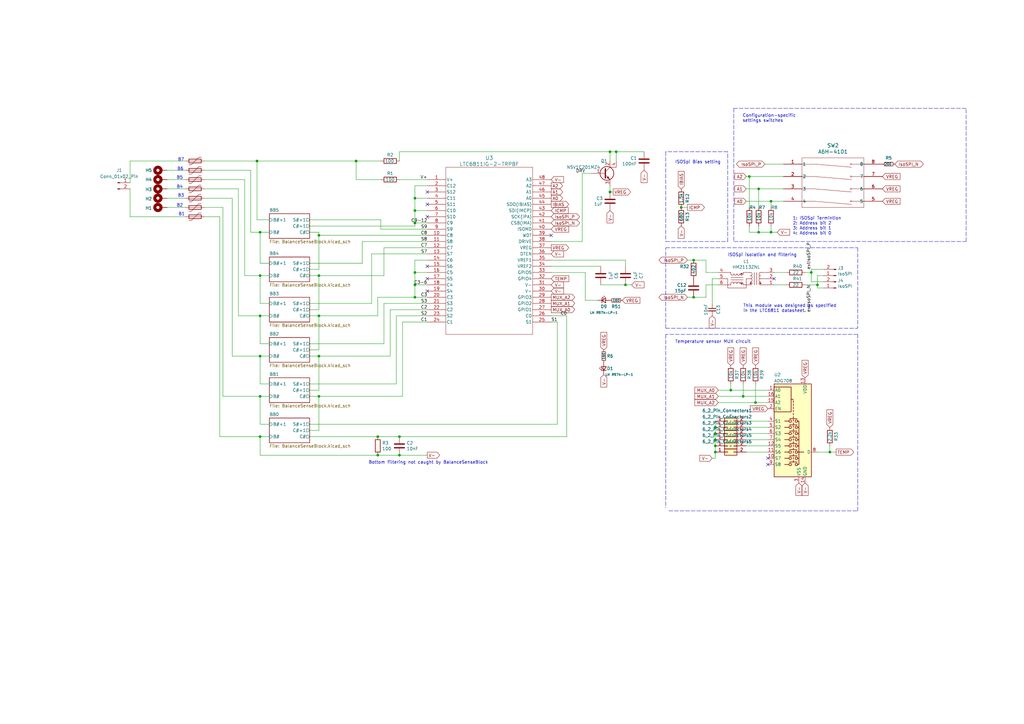
<source format=kicad_sch>
(kicad_sch (version 20231120) (generator "eeschema") (generator_version "8.0")
  (paper "A3")
  (lib_symbols
    (symbol "Connector:Conn_01x02_Pin" (pin_names (offset 1.016) hide)
      (property "Reference" "J" (at 0 2.54 0))
      (property "Value" "Conn_01x02_Pin" (at 0 -5.08 0))
      (symbol "Conn_01x02_Pin_1_1"
        (pin passive line (at 5.08 0 180) (length 3.81) (name "Pin_1") (number "1"))
        (pin passive line (at 5.08 -2.54 180) (length 3.81) (name "Pin_2") (number "2"))
      )
    )
    (symbol "Connector_Generic:Conn_02x01" (pin_names (offset 1.016) hide)
      (property "Reference" "J" (at 1.27 2.54 0))
      (property "Value" "Conn_02x01" (at 1.27 -2.54 0))
      (symbol "Conn_02x01_1_1"
        (pin passive line (at -5.08 0 0) (length 3.81) (name "Pin_1") (number "1"))
        (pin passive line (at 7.62 0 180) (length 3.81) (name "Pin_2") (number "2"))
      )
    )
    (symbol "Device:C" (pin_numbers hide) (pin_names (offset 0.254))
      (property "Reference" "C" (at 0.635 2.54 0))
      (property "Value" "C" (at 0.635 -2.54 0))
      (symbol "C_1_1"
        (pin passive line (at 0 3.81 270) (length 2.794) (name "~") (number "1"))
        (pin passive line (at 0 -3.81 90) (length 2.794) (name "~") (number "2"))
      )
    )
    (symbol "Device:C_Small" (pin_numbers hide) (pin_names (offset 0.254) hide)
      (property "Reference" "C" (at 0.254 1.778 0))
      (property "Value" "C_Small" (at 0.254 -2.032 0))
      (symbol "C_Small_1_1"
        (pin passive line (at 0 2.54 270) (length 2.032) (name "~") (number "1"))
        (pin passive line (at 0 -2.54 90) (length 2.032) (name "~") (number "2"))
      )
    )
    (symbol "Device:LED_Small" (pin_numbers hide) (pin_names (offset 0.254) hide)
      (property "Reference" "D" (at -1.27 3.175 0))
      (property "Value" "LED_Small" (at -4.445 -2.54 0))
      (symbol "LED_Small_1_1"
        (pin passive line (at -2.54 0 0) (length 1.778) (name "K") (number "1"))
        (pin passive line (at 2.54 0 180) (length 1.778) (name "A") (number "2"))
      )
    )
    (symbol "Device:Polyfuse" (pin_numbers hide) (pin_names (offset 0))
      (property "Reference" "F" (at -2.54 0 90))
      (property "Value" "Polyfuse" (at 2.54 0 90))
      (symbol "Polyfuse_1_1"
        (pin passive line (at 0 3.81 270) (length 1.27) (name "~") (number "1"))
        (pin passive line (at 0 -3.81 90) (length 1.27) (name "~") (number "2"))
      )
    )
    (symbol "Device:Q_NPN_BCEC" (pin_names (offset 0) hide)
      (property "Reference" "Q" (at 5.08 1.27 0))
      (property "Value" "Q_NPN_BCEC" (at 5.08 -1.27 0))
      (symbol "Q_NPN_BCEC_1_1"
        (pin input line (at -5.08 0 0) (length 5.715) (name "B") (number "1"))
        (pin passive line (at 2.54 5.08 270) (length 2.54) (name "C") (number "2"))
        (pin passive line (at 2.54 -5.08 90) (length 2.54) (name "E") (number "3"))
        (pin passive line (at 5.08 5.08 270) (length 2.54) (name "C") (number "4"))
      )
    )
    (symbol "Device:R" (pin_numbers hide) (pin_names (offset 0))
      (property "Reference" "R" (at 2.032 0 90))
      (property "Value" "R" (at 0 0 90))
      (symbol "R_1_1"
        (pin passive line (at 0 3.81 270) (length 1.27) (name "~") (number "1"))
        (pin passive line (at 0 -3.81 90) (length 1.27) (name "~") (number "2"))
      )
    )
    (symbol "Device:R_Small" (pin_numbers hide) (pin_names (offset 0.254) hide)
      (property "Reference" "R" (at 0.762 0.508 0))
      (property "Value" "R_Small" (at 0.762 -1.016 0))
      (symbol "R_Small_1_1"
        (pin passive line (at 0 2.54 270) (length 0.762) (name "~") (number "1"))
        (pin passive line (at 0 -2.54 90) (length 0.762) (name "~") (number "2"))
      )
    )
    (symbol "FSSymbols:ADG708" (pin_names (offset 0.254))
      (property "Reference" "U" (at -7.62 23.495 0))
      (property "Value" "ADG708" (at -7.62 21.59 0))
      (symbol "ADG708_1_1"
        (pin input line (at -10.16 15.24 0) (length 2.54) (name "A0") (number "1"))
        (pin bidirectional line (at -10.16 -12.7 0) (length 2.54) (name "S7") (number "10"))
        (pin bidirectional line (at -10.16 -10.16 0) (length 2.54) (name "S6") (number "11"))
        (pin bidirectional line (at -10.16 -7.62 0) (length 2.54) (name "S5") (number "12"))
        (pin power_in line (at 5.08 20.32 270) (length 2.54) (name "VDD") (number "13"))
        (pin power_in line (at 5.08 -22.86 90) (length 2.54) (name "GND") (number "14"))
        (pin input line (at -10.16 10.16 0) (length 2.54) (name "A2") (number "15"))
        (pin input line (at -10.16 12.7 0) (length 2.54) (name "A1") (number "16"))
        (pin input line (at -10.16 7.62 0) (length 2.54) (name "EN") (number "2"))
        (pin power_in line (at 2.54 -22.86 90) (length 2.54) (name "VSS") (number "3"))
        (pin bidirectional line (at -10.16 2.54 0) (length 2.54) (name "S1") (number "4"))
        (pin bidirectional line (at -10.16 0 0) (length 2.54) (name "S2") (number "5"))
        (pin bidirectional line (at -10.16 -2.54 0) (length 2.54) (name "S3") (number "6"))
        (pin bidirectional line (at -10.16 -5.08 0) (length 2.54) (name "S4") (number "7"))
        (pin bidirectional line (at 10.16 -10.16 180) (length 2.54) (name "D") (number "8"))
        (pin bidirectional line (at -10.16 -15.24 0) (length 2.54) (name "S8") (number "9"))
      )
    )
    (symbol "FSSymbols:HM2113ZNL" (pin_names (offset 0.254) hide)
      (property "Reference" "L" (at 0 7.62 0))
      (property "Value" "HM2113ZNL" (at 0 5.08 0))
      (symbol "HM2113ZNL_1_1"
        (pin passive line (at 11.43 -2.54 180) (length 2.54) (name "1") (number "1"))
        (pin passive line (at 11.43 0 180) (length 2.54) (name "2") (number "2"))
        (pin passive line (at 11.43 2.54 180) (length 2.54) (name "3") (number "3"))
        (pin passive line (at -11.43 2.54 0) (length 2.54) (name "4") (number "4"))
        (pin passive line (at -11.43 0 0) (length 2.54) (name "5") (number "5"))
        (pin passive line (at -11.43 -2.54 0) (length 2.54) (name "6") (number "6"))
      )
    )
    (symbol "FS_3_Global_Symbol_Library:A6H-4101" (pin_names (offset 0.254))
      (property "Reference" "SW" (at 20.32 7.62 0))
      (property "Value" "A6H-4101" (at 20.32 5.08 0))
      (symbol "A6H-4101_0_1"
        (pin unspecified line (at 0 0 0) (length 7.62) (name "1") (number "1"))
        (pin unspecified line (at 0 -5.08 0) (length 7.62) (name "2") (number "2"))
        (pin unspecified line (at 0 -10.16 0) (length 7.62) (name "3") (number "3"))
        (pin unspecified line (at 0 -15.24 0) (length 7.62) (name "4") (number "4"))
        (pin unspecified line (at 40.64 -15.24 180) (length 7.62) (name "5") (number "5"))
        (pin unspecified line (at 40.64 -10.16 180) (length 7.62) (name "6") (number "6"))
        (pin unspecified line (at 40.64 -5.08 180) (length 7.62) (name "7") (number "7"))
        (pin unspecified line (at 40.64 0 180) (length 7.62) (name "8") (number "8"))
      )
    )
    (symbol "FS_3_Global_Symbol_Library:LTC6811IG-2-TRPBF" (pin_names (offset 0.254))
      (property "Reference" "U" (at 25.4 10.16 0))
      (property "Value" "LTC6811IG-2-TRPBF" (at 25.4 7.62 0))
      (symbol "LTC6811IG-2-TRPBF_0_1"
        (pin power_in line (at 0 0 0) (length 7.62) (name "V+") (number "1"))
        (pin input line (at 0 -22.86 0) (length 7.62) (name "C8") (number "10"))
        (pin bidirectional line (at 0 -25.4 0) (length 7.62) (name "S8") (number "11"))
        (pin input line (at 0 -27.94 0) (length 7.62) (name "C7") (number "12"))
        (pin bidirectional line (at 0 -30.48 0) (length 7.62) (name "S7") (number "13"))
        (pin input line (at 0 -33.02 0) (length 7.62) (name "C6") (number "14"))
        (pin bidirectional line (at 0 -35.56 0) (length 7.62) (name "S6") (number "15"))
        (pin input line (at 0 -38.1 0) (length 7.62) (name "C5") (number "16"))
        (pin bidirectional line (at 0 -40.64 0) (length 7.62) (name "S5") (number "17"))
        (pin input line (at 0 -43.18 0) (length 7.62) (name "C4") (number "18"))
        (pin bidirectional line (at 0 -45.72 0) (length 7.62) (name "S4") (number "19"))
        (pin input line (at 0 -2.54 0) (length 7.62) (name "C12") (number "2"))
        (pin input line (at 0 -48.26 0) (length 7.62) (name "C3") (number "20"))
        (pin bidirectional line (at 0 -50.8 0) (length 7.62) (name "S3") (number "21"))
        (pin input line (at 0 -53.34 0) (length 7.62) (name "C2") (number "22"))
        (pin bidirectional line (at 0 -55.88 0) (length 7.62) (name "S2") (number "23"))
        (pin input line (at 0 -58.42 0) (length 7.62) (name "C1") (number "24"))
        (pin bidirectional line (at 50.8 -58.42 180) (length 7.62) (name "S1") (number "25"))
        (pin input line (at 50.8 -55.88 180) (length 7.62) (name "C0") (number "26"))
        (pin bidirectional line (at 50.8 -53.34 180) (length 7.62) (name "GPIO1") (number "27"))
        (pin bidirectional line (at 50.8 -50.8 180) (length 7.62) (name "GPIO2") (number "28"))
        (pin bidirectional line (at 50.8 -48.26 180) (length 7.62) (name "GPIO3") (number "29"))
        (pin bidirectional line (at 0 -5.08 0) (length 7.62) (name "S12") (number "3"))
        (pin power_in line (at 50.8 -45.72 180) (length 7.62) (name "V-") (number "30"))
        (pin power_in line (at 50.8 -43.18 180) (length 7.62) (name "V-") (number "31"))
        (pin bidirectional line (at 50.8 -40.64 180) (length 7.62) (name "GPIO4") (number "32"))
        (pin bidirectional line (at 50.8 -38.1 180) (length 7.62) (name "GPIO5") (number "33"))
        (pin power_in line (at 50.8 -35.56 180) (length 7.62) (name "VREF2") (number "34"))
        (pin power_in line (at 50.8 -33.02 180) (length 7.62) (name "VREF1") (number "35"))
        (pin input line (at 50.8 -30.48 180) (length 7.62) (name "DTEN") (number "36"))
        (pin power_in line (at 50.8 -27.94 180) (length 7.62) (name "VREG") (number "37"))
        (pin power_in line (at 50.8 -25.4 180) (length 7.62) (name "DRIVE") (number "38"))
        (pin output line (at 50.8 -22.86 180) (length 7.62) (name "WDT") (number "39"))
        (pin input line (at 0 -7.62 0) (length 7.62) (name "C11") (number "4"))
        (pin unspecified line (at 50.8 -20.32 180) (length 7.62) (name "ISOMD") (number "40"))
        (pin bidirectional line (at 50.8 -17.78 180) (length 7.62) (name "CSB(IMA)") (number "41"))
        (pin bidirectional line (at 50.8 -15.24 180) (length 7.62) (name "SCK(IPA)") (number "42"))
        (pin unspecified line (at 50.8 -12.7 180) (length 7.62) (name "SDI(IMCP)") (number "43"))
        (pin unspecified line (at 50.8 -10.16 180) (length 7.62) (name "SDO(IBIAS)") (number "44"))
        (pin input line (at 50.8 -7.62 180) (length 7.62) (name "A0") (number "45"))
        (pin input line (at 50.8 -5.08 180) (length 7.62) (name "A1") (number "46"))
        (pin input line (at 50.8 -2.54 180) (length 7.62) (name "A2") (number "47"))
        (pin input line (at 50.8 0 180) (length 7.62) (name "A3") (number "48"))
        (pin bidirectional line (at 0 -10.16 0) (length 7.62) (name "S11") (number "5"))
        (pin input line (at 0 -12.7 0) (length 7.62) (name "C10") (number "6"))
        (pin bidirectional line (at 0 -15.24 0) (length 7.62) (name "S10") (number "7"))
        (pin input line (at 0 -17.78 0) (length 7.62) (name "C9") (number "8"))
        (pin bidirectional line (at 0 -20.32 0) (length 7.62) (name "S9") (number "9"))
      )
    )
    (symbol "Mechanical:MountingHole_Pad" (pin_numbers hide) (pin_names (offset 1.016) hide) (exclude_from_sim yes) (in_bom no)
      (property "Reference" "H" (at 0 6.35 0))
      (property "Value" "MountingHole_Pad" (at 0 4.445 0))
      (symbol "MountingHole_Pad_1_1"
        (pin input line (at 0 -2.54 90) (length 2.54) (name "1") (number "1"))
      )
    )
  )
  (junction (at 170.18 116.84))
  (junction (at 340.36 185.42))
  (junction (at 106.68 113.03))
  (junction (at 130.81 113.03))
  (junction (at 284.48 121.92))
  (junction (at 130.81 129.54))
  (junction (at 106.68 95.25))
  (junction (at 250.19 78.74))
  (junction (at 170.18 111.76))
  (junction (at 293.37 185.42))
  (junction (at 146.05 66.04))
  (junction (at 304.8 162.56))
  (junction (at 105.41 66.04))
  (junction (at 170.18 91.44))
  (junction (at 284.48 106.68))
  (junction (at 293.37 177.8))
  (junction (at 299.72 160.02))
  (junction (at 311.15 95.25))
  (junction (at 256.54 116.84))
  (junction (at 106.68 162.56))
  (junction (at 163.83 186.69))
  (junction (at 279.4 85.09))
  (junction (at 154.94 186.69))
  (junction (at 252.73 62.23))
  (junction (at 106.68 146.05))
  (junction (at 130.81 162.56))
  (junction (at 130.81 146.05))
  (junction (at 332.74 111.76))
  (junction (at 316.23 95.25))
  (junction (at 170.18 121.92))
  (junction (at 250.19 62.23))
  (junction (at 106.68 179.07))
  (junction (at 170.18 81.28))
  (junction (at 154.94 179.07))
  (junction (at 293.37 180.34))
  (junction (at 335.28 116.84))
  (junction (at 130.81 96.52))
  (junction (at 170.18 86.36))
  (junction (at 309.88 165.1))
  (junction (at 106.68 129.54))
  (junction (at 307.34 72.39))
  (junction (at 293.37 182.88))
  (junction (at 311.15 77.47))
  (junction (at 316.23 82.55))
  (junction (at 293.37 175.26))
  (junction (at 163.83 179.07))
  (no_connect (at 175.26 109.22))
  (no_connect (at 314.96 190.5))
  (no_connect (at 175.26 88.9))
  (no_connect (at 317.5 114.3))
  (no_connect (at 175.26 119.38))
  (no_connect (at 314.96 187.96))
  (no_connect (at 175.26 114.3))
  (no_connect (at 175.26 78.74))
  (no_connect (at 226.06 96.52))
  (no_connect (at 175.26 83.82))
  (wire (pts (xy 251.46 78.74) (xy 250.19 78.74)))
  (wire (pts (xy 127 92.71) (xy 170.18 92.71)))
  (wire (pts (xy 311.15 77.47) (xy 311.15 85.09)))
  (wire (pts (xy 335.28 116.84) (xy 330.2 116.84)))
  (wire (pts (xy 335.28 116.84) (xy 335.28 118.11)))
  (wire (pts (xy 110.49 107.95) (xy 106.68 107.95)))
  (wire (pts (xy 127 162.56) (xy 130.81 162.56)))
  (polyline (pts (xy 351.79 209.55) (xy 351.79 137.16)) (stroke (width 0) (type dash)))
  (wire (pts (xy 163.83 62.23) (xy 250.19 62.23)))
  (wire (pts (xy 100.33 113.03) (xy 106.68 113.03)))
  (wire (pts (xy 311.15 95.25) (xy 311.15 92.71)))
  (wire (pts (xy 97.79 129.54) (xy 106.68 129.54)))
  (wire (pts (xy 106.68 113.03) (xy 106.68 124.46)))
  (wire (pts (xy 170.18 92.71) (xy 170.18 91.44)))
  (wire (pts (xy 170.18 106.68) (xy 175.26 106.68)))
  (wire (pts (xy 170.18 111.76) (xy 170.18 106.68)))
  (wire (pts (xy 314.96 185.42) (xy 306.07 185.42)))
  (wire (pts (xy 293.37 175.26) (xy 293.37 177.8)))
  (wire (pts (xy 90.17 179.07) (xy 106.68 179.07)))
  (wire (pts (xy 106.68 140.97) (xy 110.49 140.97)))
  (wire (pts (xy 152.4 104.14) (xy 152.4 124.46)))
  (wire (pts (xy 106.68 95.25) (xy 106.68 107.95)))
  (wire (pts (xy 228.6 132.08) (xy 228.6 173.99)))
  (wire (pts (xy 110.49 173.99) (xy 106.68 173.99)))
  (wire (pts (xy 170.18 76.2) (xy 175.26 76.2)))
  (wire (pts (xy 106.68 162.56) (xy 110.49 162.56)))
  (wire (pts (xy 127 140.97) (xy 157.48 140.97)))
  (wire (pts (xy 332.74 111.76) (xy 332.74 115.57)))
  (wire (pts (xy 340.36 182.88) (xy 340.36 185.42)))
  (wire (pts (xy 160.02 146.05) (xy 160.02 127)))
  (wire (pts (xy 330.2 111.76) (xy 332.74 111.76)))
  (wire (pts (xy 154.94 121.92) (xy 154.94 129.54)))
  (wire (pts (xy 154.94 121.92) (xy 170.18 121.92)))
  (wire (pts (xy 165.1 132.08) (xy 165.1 162.56)))
  (wire (pts (xy 91.44 162.56) (xy 106.68 162.56)))
  (wire (pts (xy 53.34 66.04) (xy 76.2 66.04)))
  (wire (pts (xy 127 110.49) (xy 130.81 110.49)))
  (wire (pts (xy 246.38 116.84) (xy 256.54 116.84)))
  (wire (pts (xy 146.05 66.04) (xy 156.21 66.04)))
  (polyline (pts (xy 274.32 209.55) (xy 351.79 209.55)) (stroke (width 0) (type dash)))
  (wire (pts (xy 130.81 96.52) (xy 130.81 110.49)))
  (wire (pts (xy 110.49 157.48) (xy 106.68 157.48)))
  (wire (pts (xy 232.41 179.07) (xy 232.41 129.54)))
  (wire (pts (xy 306.07 82.55) (xy 316.23 82.55)))
  (wire (pts (xy 102.87 95.25) (xy 106.68 95.25)))
  (wire (pts (xy 127 143.51) (xy 130.81 143.51)))
  (wire (pts (xy 335.28 113.03) (xy 337.82 113.03)))
  (wire (pts (xy 148.59 99.06) (xy 175.26 99.06)))
  (wire (pts (xy 130.81 146.05) (xy 160.02 146.05)))
  (wire (pts (xy 322.58 116.84) (xy 317.5 116.84)))
  (wire (pts (xy 83.82 77.47) (xy 97.79 77.47)))
  (wire (pts (xy 127 157.48) (xy 162.56 157.48)))
  (wire (pts (xy 284.48 106.68) (xy 289.56 106.68)))
  (wire (pts (xy 314.96 180.34) (xy 306.07 180.34)))
  (wire (pts (xy 307.34 72.39) (xy 307.34 85.09)))
  (wire (pts (xy 293.37 180.34) (xy 293.37 182.88)))
  (wire (pts (xy 156.21 93.98) (xy 175.26 93.98)))
  (wire (pts (xy 130.81 129.54) (xy 154.94 129.54)))
  (wire (pts (xy 240.03 111.76) (xy 226.06 111.76)))
  (wire (pts (xy 106.68 173.99) (xy 106.68 162.56)))
  (wire (pts (xy 293.37 177.8) (xy 293.37 180.34)))
  (wire (pts (xy 106.68 124.46) (xy 110.49 124.46)))
  (wire (pts (xy 97.79 77.47) (xy 97.79 129.54)))
  (polyline (pts (xy 273.05 134.62) (xy 273.05 101.6)) (stroke (width 0) (type dash)))
  (wire (pts (xy 91.44 85.09) (xy 91.44 162.56)))
  (wire (pts (xy 293.37 172.72) (xy 293.37 175.26)))
  (wire (pts (xy 170.18 86.36) (xy 175.26 86.36)))
  (wire (pts (xy 289.56 111.76) (xy 294.64 111.76)))
  (wire (pts (xy 316.23 85.09) (xy 316.23 82.55)))
  (wire (pts (xy 152.4 104.14) (xy 175.26 104.14)))
  (wire (pts (xy 238.76 71.12) (xy 242.57 71.12)))
  (wire (pts (xy 226.06 129.54) (xy 232.41 129.54)))
  (wire (pts (xy 252.73 62.23) (xy 264.16 62.23)))
  (wire (pts (xy 83.82 81.28) (xy 95.25 81.28)))
  (wire (pts (xy 130.81 143.51) (xy 130.81 129.54)))
  (wire (pts (xy 148.59 107.95) (xy 148.59 99.06)))
  (wire (pts (xy 335.28 118.11) (xy 337.82 118.11)))
  (wire (pts (xy 250.19 62.23) (xy 252.73 62.23)))
  (wire (pts (xy 106.68 113.03) (xy 110.49 113.03)))
  (wire (pts (xy 154.94 179.07) (xy 163.83 179.07)))
  (wire (pts (xy 170.18 76.2) (xy 170.18 81.28)))
  (wire (pts (xy 165.1 132.08) (xy 175.26 132.08)))
  (wire (pts (xy 130.81 176.53) (xy 130.81 162.56)))
  (wire (pts (xy 289.56 106.68) (xy 289.56 111.76)))
  (wire (pts (xy 250.19 78.74) (xy 250.19 76.2)))
  (wire (pts (xy 127 90.17) (xy 156.21 90.17)))
  (wire (pts (xy 95.25 81.28) (xy 95.25 146.05)))
  (wire (pts (xy 130.81 113.03) (xy 127 113.03)))
  (wire (pts (xy 162.56 129.54) (xy 162.56 157.48)))
  (wire (pts (xy 332.74 110.49) (xy 332.74 111.76)))
  (wire (pts (xy 130.81 95.25) (xy 127 95.25)))
  (wire (pts (xy 105.41 66.04) (xy 146.05 66.04)))
  (wire (pts (xy 100.33 73.66) (xy 100.33 113.03)))
  (wire (pts (xy 105.41 66.04) (xy 105.41 90.17)))
  (wire (pts (xy 289.56 116.84) (xy 289.56 121.92)))
  (polyline (pts (xy 273.05 134.62) (xy 351.79 134.62)) (stroke (width 0) (type dash)))
  (wire (pts (xy 130.81 113.03) (xy 157.48 113.03)))
  (wire (pts (xy 130.81 146.05) (xy 127 146.05)))
  (wire (pts (xy 309.88 157.48) (xy 309.88 165.1)))
  (wire (pts (xy 106.68 157.48) (xy 106.68 146.05)))
  (wire (pts (xy 106.68 186.69) (xy 154.94 186.69)))
  (wire (pts (xy 228.6 132.08) (xy 226.06 132.08)))
  (wire (pts (xy 307.34 72.39) (xy 321.31 72.39)))
  (wire (pts (xy 316.23 92.71) (xy 316.23 95.25)))
  (wire (pts (xy 240.03 123.19) (xy 240.03 111.76)))
  (wire (pts (xy 110.49 90.17) (xy 105.41 90.17)))
  (wire (pts (xy 110.49 95.25) (xy 106.68 95.25)))
  (wire (pts (xy 293.37 185.42) (xy 293.37 187.96)))
  (wire (pts (xy 294.64 165.1) (xy 309.88 165.1)))
  (wire (pts (xy 130.81 160.02) (xy 130.81 146.05)))
  (wire (pts (xy 256.54 106.68) (xy 256.54 109.22)))
  (wire (pts (xy 68.58 69.85) (xy 76.2 69.85)))
  (wire (pts (xy 307.34 95.25) (xy 311.15 95.25)))
  (wire (pts (xy 175.26 91.44) (xy 170.18 91.44)))
  (wire (pts (xy 110.49 179.07) (xy 106.68 179.07)))
  (wire (pts (xy 162.56 129.54) (xy 175.26 129.54)))
  (wire (pts (xy 83.82 69.85) (xy 102.87 69.85)))
  (wire (pts (xy 170.18 111.76) (xy 175.26 111.76)))
  (polyline (pts (xy 396.24 44.45) (xy 300.99 44.45)) (stroke (width 0) (type dash)))
  (wire (pts (xy 170.18 121.92) (xy 175.26 121.92)))
  (wire (pts (xy 311.15 77.47) (xy 321.31 77.47)))
  (wire (pts (xy 252.73 66.04) (xy 252.73 62.23)))
  (wire (pts (xy 293.37 182.88) (xy 293.37 185.42)))
  (wire (pts (xy 95.25 146.05) (xy 106.68 146.05)))
  (wire (pts (xy 68.58 77.47) (xy 76.2 77.47)))
  (wire (pts (xy 292.1 187.96) (xy 293.37 187.96)))
  (wire (pts (xy 106.68 179.07) (xy 106.68 186.69)))
  (polyline (pts (xy 300.99 99.06) (xy 396.24 99.06)) (stroke (width 0) (type dash)))
  (wire (pts (xy 342.9 185.42) (xy 340.36 185.42)))
  (polyline (pts (xy 300.99 44.45) (xy 300.99 99.06)) (stroke (width 0) (type dash)))
  (polyline (pts (xy 273.05 62.23) (xy 273.05 99.06)) (stroke (width 0) (type dash)))
  (wire (pts (xy 304.8 162.56) (xy 314.96 162.56)))
  (wire (pts (xy 238.76 71.12) (xy 238.76 99.06)))
  (wire (pts (xy 110.49 129.54) (xy 106.68 129.54)))
  (wire (pts (xy 170.18 81.28) (xy 175.26 81.28)))
  (wire (pts (xy 289.56 116.84) (xy 294.64 116.84)))
  (wire (pts (xy 130.81 95.25) (xy 130.81 96.52)))
  (wire (pts (xy 157.48 101.6) (xy 157.48 113.03)))
  (wire (pts (xy 281.94 121.92) (xy 284.48 121.92)))
  (wire (pts (xy 170.18 81.28) (xy 170.18 86.36)))
  (wire (pts (xy 317.5 111.76) (xy 322.58 111.76)))
  (wire (pts (xy 306.07 172.72) (xy 314.96 172.72)))
  (polyline (pts (xy 273.05 137.16) (xy 273.05 208.28)) (stroke (width 0) (type dash)))
  (wire (pts (xy 170.18 116.84) (xy 175.26 116.84)))
  (wire (pts (xy 83.82 66.04) (xy 105.41 66.04)))
  (wire (pts (xy 130.81 129.54) (xy 127 129.54)))
  (wire (pts (xy 304.8 157.48) (xy 304.8 162.56)))
  (wire (pts (xy 53.34 88.9) (xy 76.2 88.9)))
  (wire (pts (xy 314.96 175.26) (xy 306.07 175.26)))
  (polyline (pts (xy 298.45 62.23) (xy 273.05 62.23)) (stroke (width 0) (type dash)))
  (wire (pts (xy 106.68 129.54) (xy 106.68 140.97)))
  (wire (pts (xy 130.81 113.03) (xy 130.81 127)))
  (polyline (pts (xy 298.45 99.06) (xy 298.45 62.23)) (stroke (width 0) (type dash)))
  (wire (pts (xy 130.81 162.56) (xy 165.1 162.56)))
  (wire (pts (xy 163.83 62.23) (xy 163.83 66.04)))
  (wire (pts (xy 335.28 116.84) (xy 335.28 113.03)))
  (polyline (pts (xy 396.24 99.06) (xy 396.24 44.45)) (stroke (width 0) (type dash)))
  (wire (pts (xy 316.23 95.25) (xy 311.15 95.25)))
  (wire (pts (xy 127 107.95) (xy 148.59 107.95)))
  (wire (pts (xy 83.82 85.09) (xy 91.44 85.09)))
  (wire (pts (xy 316.23 82.55) (xy 321.31 82.55)))
  (polyline (pts (xy 351.79 101.6) (xy 351.79 134.62)) (stroke (width 0) (type dash)))
  (wire (pts (xy 110.49 146.05) (xy 106.68 146.05)))
  (wire (pts (xy 299.72 157.48) (xy 299.72 160.02)))
  (wire (pts (xy 163.83 186.69) (xy 175.26 186.69)))
  (polyline (pts (xy 273.05 99.06) (xy 298.45 99.06)) (stroke (width 0) (type dash)))
  (polyline (pts (xy 273.05 101.6) (xy 351.79 101.6)) (stroke (width 0) (type dash)))
  (wire (pts (xy 127 160.02) (xy 130.81 160.02)))
  (wire (pts (xy 306.07 77.47) (xy 311.15 77.47)))
  (wire (pts (xy 170.18 111.76) (xy 170.18 116.84)))
  (wire (pts (xy 130.81 96.52) (xy 175.26 96.52)))
  (wire (pts (xy 156.21 73.66) (xy 146.05 73.66)))
  (wire (pts (xy 307.34 92.71) (xy 307.34 95.25)))
  (wire (pts (xy 226.06 109.22) (xy 246.38 109.22)))
  (wire (pts (xy 53.34 77.47) (xy 53.34 88.9)))
  (wire (pts (xy 156.21 90.17) (xy 156.21 93.98)))
  (wire (pts (xy 53.34 74.93) (xy 53.34 66.04)))
  (wire (pts (xy 146.05 66.04) (xy 146.05 73.66)))
  (wire (pts (xy 281.94 85.09) (xy 279.4 85.09)))
  (wire (pts (xy 127 173.99) (xy 228.6 173.99)))
  (wire (pts (xy 281.94 106.68) (xy 284.48 106.68)))
  (wire (pts (xy 127 127) (xy 130.81 127)))
  (polyline (pts (xy 351.79 137.16) (xy 273.05 137.16)) (stroke (width 0) (type dash)))
  (wire (pts (xy 284.48 121.92) (xy 289.56 121.92)))
  (wire (pts (xy 68.58 85.09) (xy 76.2 85.09)))
  (wire (pts (xy 226.06 106.68) (xy 256.54 106.68)))
  (wire (pts (xy 250.19 62.23) (xy 250.19 66.04)))
  (wire (pts (xy 90.17 88.9) (xy 90.17 179.07)))
  (wire (pts (xy 299.72 160.02) (xy 314.96 160.02)))
  (wire (pts (xy 127 124.46) (xy 152.4 124.46)))
  (wire (pts (xy 294.64 160.02) (xy 299.72 160.02)))
  (wire (pts (xy 332.74 115.57) (xy 337.82 115.57)))
  (wire (pts (xy 316.23 95.25) (xy 318.77 95.25)))
  (wire (pts (xy 226.06 99.06) (xy 238.76 99.06)))
  (wire (pts (xy 163.83 73.66) (xy 175.26 73.66)))
  (wire (pts (xy 313.69 67.31) (xy 321.31 67.31)))
  (wire (pts (xy 175.26 101.6) (xy 157.48 101.6)))
  (wire (pts (xy 170.18 116.84) (xy 170.18 121.92)))
  (wire (pts (xy 245.11 123.19) (xy 240.03 123.19)))
  (wire (pts (xy 306.07 72.39) (xy 307.34 72.39)))
  (wire (pts (xy 163.83 179.07) (xy 232.41 179.07)))
  (wire (pts (xy 294.64 162.56) (xy 304.8 162.56)))
  (wire (pts (xy 340.36 185.42) (xy 335.28 185.42)))
  (wire (pts (xy 256.54 116.84) (xy 259.08 116.84)))
  (wire (pts (xy 306.07 182.88) (xy 314.96 182.88)))
  (wire (pts (xy 160.02 127) (xy 175.26 127)))
  (wire (pts (xy 292.1 124.46) (xy 292.1 114.3)))
  (wire (pts (xy 154.94 186.69) (xy 163.83 186.69)))
  (wire (pts (xy 309.88 165.1) (xy 314.96 165.1)))
  (wire (pts (xy 292.1 114.3) (xy 294.64 114.3)))
  (wire (pts (xy 83.82 88.9) (xy 90.17 88.9)))
  (wire (pts (xy 127 176.53) (xy 130.81 176.53)))
  (wire (pts (xy 170.18 86.36) (xy 170.18 91.44)))
  (wire (pts (xy 306.07 177.8) (xy 314.96 177.8)))
  (wire (pts (xy 68.58 81.28) (xy 76.2 81.28)))
  (wire (pts (xy 83.82 73.66) (xy 100.33 73.66)))
  (wire (pts (xy 157.48 124.46) (xy 157.48 140.97)))
  (wire (pts (xy 127 179.07) (xy 154.94 179.07)))
  (wire (pts (xy 68.58 73.66) (xy 76.2 73.66)))
  (wire (pts (xy 157.48 124.46) (xy 175.26 124.46)))
  (wire (pts (xy 337.82 110.49) (xy 332.74 110.49)))
  (wire (pts (xy 102.87 69.85) (xy 102.87 95.25)))
  (text "ISOSpi Bias setting" (at 276.86 67.31 0) (effects (font (size 1.27 1.27)) (justify left bottom)))
  (text "B6\n" (at 72.644 70.104 0) (effects (font (size 1.27 1.27)) (justify left bottom)))
  (text "This module was designed as specified\nin the LTC6811 datasheet." (at 304.8 128.27 0) (effects (font (size 1.27 1.27)) (justify left bottom)))
  (text "B5\n" (at 72.39 73.66 0) (effects (font (size 1.27 1.27)) (justify left bottom)))
  (text "Configuration-specific\nsettings switches" (at 304.546 50.292 0) (effects (font (size 1.27 1.27)) (justify left bottom)))
  (text "1: ISOSpi Termintion\n2: Address bit 2\n3: Address bit 1\n4: Address bit 0" (at 325.12 96.52 0) (effects (font (size 1.27 1.27)) (justify left bottom)))
  (text "Bottom filtering not caught by BalanceSenseBlock" (at 151.13 190.5 0) (effects (font (size 1.27 1.27)) (justify left bottom)))
  (text "B4" (at 72.39 77.47 0) (effects (font (size 1.27 1.27)) (justify left bottom)))
  (text "B2\n" (at 72.39 85.09 0) (effects (font (size 1.27 1.27)) (justify left bottom)))
  (text "Temperature sensor MUX circuit" (at 276.86 140.97 0) (effects (font (size 1.27 1.27)) (justify left bottom)))
  (text "B7" (at 72.898 66.294 0) (effects (font (size 1.27 1.27)) (justify left bottom)))
  (text "ISOSpi isolation and filtering" (at 298.45 105.41 0) (effects (font (size 1.27 1.27)) (justify left bottom)))
  (text "B3\n" (at 72.898 81.026 0) (effects (font (size 1.27 1.27)) (justify left bottom)))
  (text "B1\n" (at 73.152 88.646 0) (effects (font (size 1.27 1.27)) (justify left bottom)))
  (label "S2" (at 175.26 129.54 180))
  (label "C3" (at 175.26 121.92 180))
  (label "DRV" (at 240.03 71.12 180))
  (label "V+" (at 175.26 73.66 180))
  (label "C3-6" (at 175.26 116.84 180))
  (label "S7" (at 175.26 104.14 180))
  (label "C9-12" (at 175.26 91.44 180))
  (label "C7" (at 175.26 101.6 180))
  (label "S3" (at 175.26 124.46 180))
  (label "C8" (at 175.26 96.52 180))
  (label "S8" (at 175.26 99.06 180))
  (label "C2" (at 175.26 127 180))
  (label "C0" (at 229.87 129.54 0))
  (label "extIsoSPI_N" (at 332.74 116.84 270))
  (label "extIsoSPI_P" (at 332.74 110.49 90))
  (label "S9" (at 175.26 93.98 180))
  (label "S1" (at 226.06 132.08 0))
  (label "C1" (at 175.26 132.08 180))
  (global_label "V-" (shape input) (at 327.66 198.12 270) (property "Intersheetrefs" "${INTERSHEET_REFS}" (effects (hide yes))))
  (global_label "IsoSPI_P" (shape bidirectional) (at 281.94 106.68 180) (property "Intersheetrefs" "${INTERSHEET_REFS}" (effects (hide yes))))
  (global_label "VREG" (shape input) (at 226.06 93.98 0) (property "Intersheetrefs" "${INTERSHEET_REFS}" (effects (hide yes))))
  (global_label "VREG" (shape input) (at 314.96 167.64 180) (property "Intersheetrefs" "${INTERSHEET_REFS}" (effects (hide yes))))
  (global_label "A0" (shape input) (at 306.07 82.55 180) (property "Intersheetrefs" "${INTERSHEET_REFS}" (effects (hide yes))))
  (global_label "VREG" (shape input) (at 309.88 149.86 90) (property "Intersheetrefs" "${INTERSHEET_REFS}" (effects (hide yes))))
  (global_label "ICMP" (shape output) (at 281.94 85.09 0) (property "Intersheetrefs" "${INTERSHEET_REFS}" (effects (hide yes))))
  (global_label "MUX_A0" (shape output) (at 226.06 127 0) (property "Intersheetrefs" "${INTERSHEET_REFS}" (effects (hide yes))))
  (global_label "V-" (shape input) (at 330.2 198.12 270) (property "Intersheetrefs" "${INTERSHEET_REFS}" (effects (hide yes))))
  (global_label "TEMP" (shape input) (at 226.06 114.3 0) (property "Intersheetrefs" "${INTERSHEET_REFS}" (effects (hide yes))))
  (global_label "V-" (shape output) (at 175.26 186.69 0) (property "Intersheetrefs" "${INTERSHEET_REFS}" (effects (hide yes))))
  (global_label "V-" (shape input) (at 226.06 73.66 0) (property "Intersheetrefs" "${INTERSHEET_REFS}" (effects (hide yes))))
  (global_label "IsoSPI_P" (shape bidirectional) (at 313.69 67.31 180) (property "Intersheetrefs" "${INTERSHEET_REFS}" (effects (hide yes))))
  (global_label "V-" (shape input) (at 226.06 119.38 0) (property "Intersheetrefs" "${INTERSHEET_REFS}" (effects (hide yes))))
  (global_label "V-" (shape input) (at 250.19 86.36 270) (property "Intersheetrefs" "${INTERSHEET_REFS}" (effects (hide yes))))
  (global_label "VREG" (shape input) (at 361.95 82.55 0) (property "Intersheetrefs" "${INTERSHEET_REFS}" (effects (hide yes))))
  (global_label "VREG" (shape input) (at 255.27 123.19 0) (property "Intersheetrefs" "${INTERSHEET_REFS}" (effects (hide yes))))
  (global_label "IsoSPI_N" (shape bidirectional) (at 226.06 91.44 0) (property "Intersheetrefs" "${INTERSHEET_REFS}" (effects (hide yes))))
  (global_label "A1" (shape output) (at 226.06 78.74 0) (property "Intersheetrefs" "${INTERSHEET_REFS}" (effects (hide yes))))
  (global_label "IsoSPI_N" (shape bidirectional) (at 281.94 121.92 180) (property "Intersheetrefs" "${INTERSHEET_REFS}" (effects (hide yes))))
  (global_label "V-" (shape input) (at 318.77 95.25 0) (property "Intersheetrefs" "${INTERSHEET_REFS}" (effects (hide yes))))
  (global_label "MUX_A1" (shape output) (at 226.06 124.46 0) (property "Intersheetrefs" "${INTERSHEET_REFS}" (effects (hide yes))))
  (global_label "V-" (shape input) (at 247.65 153.67 270) (property "Intersheetrefs" "${INTERSHEET_REFS}" (effects (hide yes))))
  (global_label "VREG" (shape output) (at 251.46 78.74 0) (property "Intersheetrefs" "${INTERSHEET_REFS}" (effects (hide yes))))
  (global_label "VREG" (shape input) (at 304.8 149.86 90) (property "Intersheetrefs" "${INTERSHEET_REFS}" (effects (hide yes))))
  (global_label "V-" (shape input) (at 264.16 69.85 270) (property "Intersheetrefs" "${INTERSHEET_REFS}" (effects (hide yes))))
  (global_label "IsoSPI_P" (shape bidirectional) (at 226.06 88.9 0) (property "Intersheetrefs" "${INTERSHEET_REFS}" (effects (hide yes))))
  (global_label "V-" (shape input) (at 226.06 104.14 0) (property "Intersheetrefs" "${INTERSHEET_REFS}" (effects (hide yes))))
  (global_label "ICMP" (shape input) (at 226.06 86.36 0) (property "Intersheetrefs" "${INTERSHEET_REFS}" (effects (hide yes))))
  (global_label "VREG" (shape input) (at 299.72 149.86 90) (property "Intersheetrefs" "${INTERSHEET_REFS}" (effects (hide yes))))
  (global_label "V-" (shape input) (at 292.1 129.54 270) (property "Intersheetrefs" "${INTERSHEET_REFS}" (effects (hide yes))))
  (global_label "A0" (shape output) (at 226.06 81.28 0) (property "Intersheetrefs" "${INTERSHEET_REFS}" (effects (hide yes))))
  (global_label "TEMP" (shape output) (at 342.9 185.42 0) (property "Intersheetrefs" "${INTERSHEET_REFS}" (effects (hide yes))))
  (global_label "V-" (shape input) (at 259.08 116.84 0) (property "Intersheetrefs" "${INTERSHEET_REFS}" (effects (hide yes))))
  (global_label "VREG" (shape input) (at 361.95 77.47 0) (property "Intersheetrefs" "${INTERSHEET_REFS}" (effects (hide yes))))
  (global_label "VREG" (shape input) (at 330.2 154.94 90) (property "Intersheetrefs" "${INTERSHEET_REFS}" (effects (hide yes))))
  (global_label "VREG" (shape input) (at 247.65 143.51 90) (property "Intersheetrefs" "${INTERSHEET_REFS}" (effects (hide yes))))
  (global_label "VREG" (shape input) (at 361.95 72.39 0) (property "Intersheetrefs" "${INTERSHEET_REFS}" (effects (hide yes))))
  (global_label "V-" (shape input) (at 292.1 187.96 180) (property "Intersheetrefs" "${INTERSHEET_REFS}" (effects (hide yes))))
  (global_label "V-" (shape input) (at 226.06 116.84 0) (property "Intersheetrefs" "${INTERSHEET_REFS}" (effects (hide yes))))
  (global_label "A2" (shape input) (at 306.07 72.39 180) (property "Intersheetrefs" "${INTERSHEET_REFS}" (effects (hide yes))))
  (global_label "V-" (shape input) (at 279.4 92.71 270) (property "Intersheetrefs" "${INTERSHEET_REFS}" (effects (hide yes))))
  (global_label "IBIAS" (shape input) (at 279.4 77.47 90) (property "Intersheetrefs" "${INTERSHEET_REFS}" (effects (hide yes))))
  (global_label "A1" (shape input) (at 306.07 77.47 180) (property "Intersheetrefs" "${INTERSHEET_REFS}" (effects (hide yes))))
  (global_label "MUX_A2" (shape output) (at 226.06 121.92 0) (property "Intersheetrefs" "${INTERSHEET_REFS}" (effects (hide yes))))
  (global_label "MUX_A2" (shape input) (at 294.64 165.1 180) (property "Intersheetrefs" "${INTERSHEET_REFS}" (effects (hide yes))))
  (global_label "IBIAS" (shape output) (at 226.06 83.82 0) (property "Intersheetrefs" "${INTERSHEET_REFS}" (effects (hide yes))))
  (global_label "MUX_A1" (shape input) (at 294.64 162.56 180) (property "Intersheetrefs" "${INTERSHEET_REFS}" (effects (hide yes))))
  (global_label "VREG" (shape output) (at 226.06 101.6 0) (property "Intersheetrefs" "${INTERSHEET_REFS}" (effects (hide yes))))
  (global_label "VREG" (shape input) (at 340.36 175.26 90) (property "Intersheetrefs" "${INTERSHEET_REFS}" (effects (hide yes))))
  (global_label "MUX_A0" (shape input) (at 294.64 160.02 180) (property "Intersheetrefs" "${INTERSHEET_REFS}" (effects (hide yes))))
  (global_label "A2" (shape output) (at 226.06 76.2 0) (property "Intersheetrefs" "${INTERSHEET_REFS}" (effects (hide yes))))
  (global_label "IsoSPI_N" (shape bidirectional) (at 367.03 67.31 0) (property "Intersheetrefs" "${INTERSHEET_REFS}" (effects (hide yes))))
  (symbol (lib_id "Device:R") (at 160.02 66.04 270) (unit 1)
    (property "Reference" "R2" (at 160.02 63.5 90))
    (property "Value" "100" (at 159.766 66.04 90))
    (property "Footprint" "Resistor_SMD:R_0805_2012Metric_Pad1.20x1.40mm_HandSolder" (effects (hide yes)))
  )
  (symbol (lib_id "Device:R") (at 279.4 81.28 180) (unit 1)
    (property "Reference" "R12" (at 281.94 81.28 90))
    (property "Value" "1.5k" (at 279.4 81.28 90))
    (property "Footprint" "Resistor_SMD:R_0805_2012Metric_Pad1.20x1.40mm_HandSolder" (effects (hide yes)))
  )
  (symbol (lib_id "Connector:Conn_01x02_Pin") (at 342.9 113.03 180) (unit 1)
    (property "Reference" "J3" (at 343.5858 109.982 0) (effects (justify right)))
    (property "Value" "IsoSPI" (at 343.5858 112.2934 0) (effects (justify right)))
    (property "Footprint" "Connector_Molex:Molex_Nano-Fit_105313-xx02_1x02_P2.50mm_Horizontal" (effects (hide yes)))
    (property "Description" "Generic connector, single row, 01x02, script generated" (effects (hide yes)))
  )
  (symbol (lib_id "Device:R") (at 279.4 88.9 180) (unit 1)
    (property "Reference" "R13" (at 281.94 88.9 90))
    (property "Value" "680" (at 279.4 88.9 90))
    (property "Footprint" "Resistor_SMD:R_0805_2012Metric_Pad1.20x1.40mm_HandSolder" (effects (hide yes)))
  )
  (symbol (lib_id "Device:Q_NPN_BCEC") (at 247.65 71.12 0) (unit 1)
    (property "Reference" "Q1" (at 246.38 66.04 0) (effects (justify left)))
    (property "Value" "NSV1C201MZ4" (at 232.41 68.58 0) (effects (justify left)))
    (property "Footprint" "Package_TO_SOT_SMD:SOT-223" (effects (hide yes)))
    (property "Datasheet" "https://www.onsemi.com/pub/Collateral/NSS1C201MZ4-D.PDF" (effects (hide yes)))
  )
  (symbol (lib_id "Device:C") (at 250.19 82.55 0) (mirror y) (unit 1)
    (property "Reference" "C3" (at 247.269 81.3816 0) (effects (justify left)))
    (property "Value" "1uF" (at 247.269 83.693 0) (effects (justify left)))
    (property "Footprint" "Capacitor_SMD:C_0805_2012Metric_Pad1.18x1.45mm_HandSolder" (effects (hide yes)))
  )
  (symbol (lib_id "Device:C") (at 264.16 66.04 0) (mirror y) (unit 1)
    (property "Reference" "C1" (at 261.239 64.8716 0) (effects (justify left)))
    (property "Value" "100nF" (at 261.239 67.183 0) (effects (justify left)))
    (property "Footprint" "Capacitor_SMD:C_0805_2012Metric_Pad1.18x1.45mm_HandSolder" (effects (hide yes)))
  )
  (symbol (lib_id "FSSymbols:ADG708") (at 325.12 175.26 0) (unit 1)
    (property "Reference" "U2" (at 317.5 153.67 0) (effects (justify left)))
    (property "Value" "ADG708" (at 317.5 156.21 0) (effects (justify left)))
    (property "Footprint" "Package_SO:TSSOP-16_4.4x5mm_P0.65mm" (effects (hide yes)))
    (property "Datasheet" "https://www.analog.com/media/en/technical-documentation/data-sheets/ADG708_709.pdf" (effects (hide yes)))
  )
  (symbol (lib_id "Device:C") (at 256.54 113.03 180) (unit 1)
    (property "Reference" "C7" (at 262.9408 113.03 90))
    (property "Value" "1uF" (at 260.6294 113.03 90))
    (property "Footprint" "Capacitor_SMD:C_0805_2012Metric_Pad1.18x1.45mm_HandSolder" (effects (hide yes)))
  )
  (symbol (lib_id "Device:C") (at 246.38 113.03 180) (unit 1)
    (property "Reference" "C6" (at 252.7808 113.03 90))
    (property "Value" "1uF" (at 250.4694 113.03 90))
    (property "Footprint" "Capacitor_SMD:C_0805_2012Metric_Pad1.18x1.45mm_HandSolder" (effects (hide yes)))
  )
  (symbol (lib_id "FSSymbols:HM2113ZNL") (at 306.07 114.3 0) (unit 1)
    (property "Reference" "L1" (at 306.07 107.2388 0))
    (property "Value" "HM2113ZNL" (at 306.07 109.5502 0))
    (property "Footprint" "FS_3_Global_Footprint_Library:HM2113ZNLT" (effects (hide yes)))
  )
  (symbol (lib_id "Device:R") (at 340.36 179.07 180) (unit 1)
    (property "Reference" "R33" (at 342.9 179.07 90))
    (property "Value" "2.2k" (at 340.36 179.07 90))
    (property "Footprint" "Resistor_SMD:R_0805_2012Metric_Pad1.20x1.40mm_HandSolder" (effects (hide yes)))
  )
  (symbol (lib_id "Device:R") (at 311.15 88.9 0) (unit 1)
    (property "Reference" "R7" (at 311.15 85.09 0) (effects (justify left)))
    (property "Value" "10k" (at 311.15 88.9 90))
    (property "Footprint" "Resistor_SMD:R_0805_2012Metric_Pad1.20x1.40mm_HandSolder" (effects (hide yes)))
  )
  (symbol (lib_id "Device:R") (at 316.23 88.9 0) (unit 1)
    (property "Reference" "R8" (at 316.23 85.09 0) (effects (justify left)))
    (property "Value" "10k" (at 316.23 88.9 90))
    (property "Footprint" "Resistor_SMD:R_0805_2012Metric_Pad1.20x1.40mm_HandSolder" (effects (hide yes)))
  )
  (symbol (lib_id "Device:R") (at 326.39 111.76 270) (mirror x) (unit 1)
    (property "Reference" "R40" (at 325.12 109.22 90) (effects (justify left)))
    (property "Value" "22" (at 326.39 111.76 90))
    (property "Footprint" "Resistor_SMD:R_0805_2012Metric_Pad1.20x1.40mm_HandSolder" (effects (hide yes)))
  )
  (symbol (lib_id "Device:R") (at 326.39 116.84 270) (mirror x) (unit 1)
    (property "Reference" "R41" (at 325.12 114.3 90) (effects (justify left)))
    (property "Value" "22" (at 326.39 116.84 90))
    (property "Footprint" "Resistor_SMD:R_0805_2012Metric_Pad1.20x1.40mm_HandSolder" (effects (hide yes)))
  )
  (symbol (lib_id "Device:R") (at 299.72 153.67 180) (unit 1)
    (property "Reference" "R37" (at 302.26 153.67 90))
    (property "Value" "10k" (at 299.72 153.67 90))
    (property "Footprint" "Resistor_SMD:R_0805_2012Metric_Pad1.20x1.40mm_HandSolder" (effects (hide yes)))
  )
  (symbol (lib_id "Device:R") (at 304.8 153.67 180) (unit 1)
    (property "Reference" "R38" (at 307.34 153.67 90))
    (property "Value" "10k" (at 304.8 153.67 90))
    (property "Footprint" "Resistor_SMD:R_0805_2012Metric_Pad1.20x1.40mm_HandSolder" (effects (hide yes)))
  )
  (symbol (lib_id "Device:R") (at 309.88 153.67 180) (unit 1)
    (property "Reference" "R39" (at 312.42 153.67 90))
    (property "Value" "10k" (at 309.88 153.67 90))
    (property "Footprint" "Resistor_SMD:R_0805_2012Metric_Pad1.20x1.40mm_HandSolder" (effects (hide yes)))
  )
  (symbol (lib_id "Device:R") (at 284.48 110.49 0) (mirror y) (unit 1)
    (property "Reference" "R32" (at 282.702 109.3216 0) (effects (justify left)))
    (property "Value" "402" (at 284.48 110.49 90))
    (property "Footprint" "Resistor_SMD:R_0805_2012Metric_Pad1.20x1.40mm_HandSolder" (effects (hide yes)))
  )
  (symbol (lib_id "Device:C") (at 284.48 118.11 0) (mirror x) (unit 1)
    (property "Reference" "C12" (at 281.5844 116.9416 0) (effects (justify right)))
    (property "Value" "15pF" (at 281.5844 119.253 0) (effects (justify right)))
    (property "Footprint" "Capacitor_SMD:C_0805_2012Metric_Pad1.18x1.45mm_HandSolder" (effects (hide yes)))
  )
  (symbol (lib_id "Device:C_Small") (at 292.1 127 0) (unit 1)
    (property "Reference" "C13" (at 294.64 127 90))
    (property "Value" "10nF" (at 289.56 127 90))
    (property "Footprint" "Capacitor_SMD:C_0805_2012Metric_Pad1.18x1.45mm_HandSolder" (effects (hide yes)))
  )
  (symbol (lib_id "Device:LED_Small") (at 247.65 151.13 90) (unit 1)
    (property "Reference" "D1" (at 250.19 151.13 90))
    (property "Value" "LH R974-LP-1" (at 254 153.67 90) (effects (font (size 0.9652 0.9652))))
    (property "Footprint" "LED_SMD:LED_0805_2012Metric_Pad1.15x1.40mm_HandSolder" (effects (hide yes)))
  )
  (symbol (lib_id "Device:R_Small") (at 247.65 146.05 180) (unit 1)
    (property "Reference" "R6" (at 250.19 146.05 0))
    (property "Value" "160" (at 247.65 146.05 90) (effects (font (size 0.9652 0.9652))))
    (property "Footprint" "Resistor_SMD:R_0805_2012Metric_Pad1.20x1.40mm_HandSolder" (effects (hide yes)))
  )
  (symbol (lib_id "Device:LED_Small") (at 247.65 123.19 0) (unit 1)
    (property "Reference" "D9" (at 247.65 125.73 0))
    (property "Value" "LH R974-LP-1" (at 247.65 128.27 0) (effects (font (size 0.9652 0.9652))))
    (property "Footprint" "LED_SMD:LED_0805_2012Metric_Pad1.15x1.40mm_HandSolder" (effects (hide yes)))
  )
  (symbol (lib_id "Device:R_Small") (at 252.73 123.19 90) (unit 1)
    (property "Reference" "R51" (at 252.73 125.73 90))
    (property "Value" "160" (at 252.73 123.19 90) (effects (font (size 0.9652 0.9652))))
    (property "Footprint" "Resistor_SMD:R_0805_2012Metric_Pad1.20x1.40mm_HandSolder" (effects (hide yes)))
  )
  (symbol (lib_id "Connector:Conn_01x02_Pin") (at 342.9 118.11 180) (unit 1)
    (property "Reference" "J4" (at 343.5858 115.062 0) (effects (justify right)))
    (property "Value" "IsoSPI" (at 343.5858 117.3734 0) (effects (justify right)))
    (property "Footprint" "Connector_Molex:Molex_Nano-Fit_105313-xx02_1x02_P2.50mm_Horizontal" (effects (hide yes)))
    (property "Description" "Generic connector, single row, 01x02, script generated" (effects (hide yes)))
  )
  (symbol (lib_id "Device:R") (at 160.02 73.66 270) (unit 1)
    (property "Reference" "R1" (at 160.02 71.12 90))
    (property "Value" "100" (at 160.02 73.66 90))
    (property "Footprint" "Resistor_SMD:R_0805_2012Metric_Pad1.20x1.40mm_HandSolder" (effects (hide yes)))
  )
  (symbol (lib_id "Device:Polyfuse") (at 80.01 66.04 270) (unit 1)
    (property "Reference" "F2" (effects (hide yes)))
    (property "Value" "Polyfuse" (effects (hide yes)))
    (property "Footprint" "Fuse:Fuse_1812_4532Metric_Pad1.30x3.40mm_HandSolder" (effects (hide yes)))
  )
  (symbol (lib_id "Device:Polyfuse") (at 80.01 69.85 270) (unit 1)
    (property "Reference" "F3" (effects (hide yes)))
    (property "Value" "Polyfuse" (effects (hide yes)))
    (property "Footprint" "Fuse:Fuse_1812_4532Metric_Pad1.30x3.40mm_HandSolder" (effects (hide yes)))
  )
  (symbol (lib_id "Device:Polyfuse") (at 80.01 73.66 270) (unit 1)
    (property "Reference" "F4" (effects (hide yes)))
    (property "Value" "Polyfuse" (effects (hide yes)))
    (property "Footprint" "Fuse:Fuse_1812_4532Metric_Pad1.30x3.40mm_HandSolder" (effects (hide yes)))
  )
  (symbol (lib_id "Device:Polyfuse") (at 80.01 77.47 270) (unit 1)
    (property "Reference" "F5" (effects (hide yes)))
    (property "Value" "Polyfuse" (effects (hide yes)))
    (property "Footprint" "Fuse:Fuse_1812_4532Metric_Pad1.30x3.40mm_HandSolder" (effects (hide yes)))
  )
  (symbol (lib_id "Device:Polyfuse") (at 80.01 81.28 270) (unit 1)
    (property "Reference" "F6" (effects (hide yes)))
    (property "Value" "Polyfuse" (effects (hide yes)))
    (property "Footprint" "Fuse:Fuse_1812_4532Metric_Pad1.30x3.40mm_HandSolder" (effects (hide yes)))
  )
  (symbol (lib_id "Device:Polyfuse") (at 80.01 85.09 270) (unit 1)
    (property "Reference" "F7" (effects (hide yes)))
    (property "Value" "Polyfuse" (effects (hide yes)))
    (property "Footprint" "Fuse:Fuse_1812_4532Metric_Pad1.30x3.40mm_HandSolder" (effects (hide yes)))
  )
  (symbol (lib_id "Device:C") (at 163.83 182.88 0) (unit 1)
    (property "Reference" "C2" (at 166.751 181.7116 0) (effects (justify left)))
    (property "Value" "10nF" (at 166.751 184.023 0) (effects (justify left)))
    (property "Footprint" "Capacitor_SMD:C_0805_2012Metric_Pad1.18x1.45mm_HandSolder" (effects (hide yes)))
  )
  (symbol (lib_id "Device:Polyfuse") (at 80.01 88.9 270) (unit 1)
    (property "Reference" "F8" (effects (hide yes)))
    (property "Value" "Polyfuse" (effects (hide yes)))
    (property "Footprint" "Fuse:Fuse_1812_4532Metric_Pad1.30x3.40mm_HandSolder" (effects (hide yes)))
  )
  (symbol (lib_id "Device:R") (at 154.94 182.88 0) (unit 1)
    (property "Reference" "R3" (at 156.718 181.7116 0) (effects (justify left)))
    (property "Value" "100" (at 156.718 184.023 0) (effects (justify left)))
    (property "Footprint" "Capacitor_SMD:C_0805_2012Metric_Pad1.18x1.45mm_HandSolder" (effects (hide yes)))
  )
  (symbol (lib_id "Device:R") (at 307.34 88.9 0) (unit 1)
    (property "Reference" "R4" (at 307.34 85.09 0) (effects (justify left)))
    (property "Value" "10k" (at 307.34 88.9 90))
    (property "Footprint" "Resistor_SMD:R_0805_2012Metric_Pad1.20x1.40mm_HandSolder" (effects (hide yes)))
  )
  (symbol (lib_id "Device:R_Small") (at 364.49 67.31 270) (unit 1)
    (property "Reference" "R5" (at 364.49 64.77 90))
    (property "Value" "200" (at 364.236 67.31 90) (effects (font (size 0.9652 0.9652))))
    (property "Footprint" "Resistor_SMD:R_0805_2012Metric_Pad1.20x1.40mm_HandSolder" (effects (hide yes)))
  )
  (symbol (lib_id "Mechanical:MountingHole_Pad") (at 66.04 85.09 90) (unit 1) (exclude_from_sim yes) (in_bom no)
    (property "Reference" "H1" (at 60.96 85.344 90))
    (property "Value" "MountingHole_Pad" (effects (hide yes)))
    (property "Footprint" "MountingHole:MountingHole_3.2mm_M3_DIN965_Pad" (effects (hide yes)))
    (property "Description" "Mounting Hole with connection" (effects (hide yes)))
  )
  (symbol (lib_id "Connector_Generic:Conn_02x01") (at 298.45 185.42 0) (unit 1)
    (property "Reference" "6_2_Pin_Connectors6" (at 298.196 181.102 0))
    (property "Value" "~" (at 299.72 182.88 0))
    (property "Footprint" "Connector_Molex:Molex_Nano-Fit_105313-xx02_1x02_P2.50mm_Horizontal" (effects (hide yes)))
    (property "Description" "Generic connector, double row, 02x01, this symbol is compatible with counter-clockwise, top-bottom and odd-even numbering schemes., script generated (kicad-library-utils/schlib/autogen/connector/)" (effects (hide yes)))
  )
  (symbol (lib_id "Connector_Generic:Conn_02x01") (at 298.45 180.34 0) (unit 1)
    (property "Reference" "6_2_Pin_Connectors4" (at 298.196 176.022 0))
    (property "Value" "~" (at 299.72 177.8 0))
    (property "Footprint" "Connector_Molex:Molex_Nano-Fit_105313-xx02_1x02_P2.50mm_Horizontal" (effects (hide yes)))
    (property "Description" "Generic connector, double row, 02x01, this symbol is compatible with counter-clockwise, top-bottom and odd-even numbering schemes., script generated (kicad-library-utils/schlib/autogen/connector/)" (effects (hide yes)))
  )
  (symbol (lib_id "Connector_Generic:Conn_02x01") (at 298.45 175.26 0) (unit 1)
    (property "Reference" "6_2_Pin_Connectors2" (at 298.196 170.942 0))
    (property "Value" "~" (at 299.72 172.72 0))
    (property "Footprint" "Connector_Molex:Molex_Nano-Fit_105313-xx02_1x02_P2.50mm_Horizontal" (effects (hide yes)))
    (property "Description" "Generic connector, double row, 02x01, this symbol is compatible with counter-clockwise, top-bottom and odd-even numbering schemes., script generated (kicad-library-utils/schlib/autogen/connector/)" (effects (hide yes)))
  )
  (symbol (lib_id "Mechanical:MountingHole_Pad") (at 66.04 81.28 90) (unit 1) (exclude_from_sim yes) (in_bom no)
    (property "Reference" "H2" (at 60.96 81.534 90))
    (property "Value" "MountingHole_Pad" (effects (hide yes)))
    (property "Footprint" "MountingHole:MountingHole_3.2mm_M3_DIN965_Pad" (effects (hide yes)))
    (property "Description" "Mounting Hole with connection" (effects (hide yes)))
  )
  (symbol (lib_id "Connector_Generic:Conn_02x01") (at 298.45 172.72 0) (unit 1)
    (property "Reference" "6_2_Pin_Connectors1" (at 298.196 168.402 0))
    (property "Value" "~" (at 299.72 170.18 0))
    (property "Footprint" "Connector_Molex:Molex_Nano-Fit_105313-xx02_1x02_P2.50mm_Horizontal" (effects (hide yes)))
    (property "Description" "Generic connector, double row, 02x01, this symbol is compatible with counter-clockwise, top-bottom and odd-even numbering schemes., script generated (kicad-library-utils/schlib/autogen/connector/)" (effects (hide yes)))
  )
  (symbol (lib_id "Mechanical:MountingHole_Pad") (at 66.04 77.47 90) (unit 1) (exclude_from_sim yes) (in_bom no)
    (property "Reference" "H3" (at 60.96 77.724 90))
    (property "Value" "MountingHole_Pad" (effects (hide yes)))
    (property "Footprint" "MountingHole:MountingHole_3.2mm_M3_DIN965_Pad" (effects (hide yes)))
    (property "Description" "Mounting Hole with connection" (effects (hide yes)))
  )
  (symbol (lib_id "Mechanical:MountingHole_Pad") (at 66.04 69.85 90) (unit 1) (exclude_from_sim yes) (in_bom no)
    (property "Reference" "H5" (at 60.96 69.85 90))
    (property "Value" "MountingHole_Pad" (effects (hide yes)))
    (property "Footprint" "MountingHole:MountingHole_3.2mm_M3_DIN965_Pad" (effects (hide yes)))
    (property "Description" "Mounting Hole with connection" (effects (hide yes)))
  )
  (symbol (lib_id "FS_3_Global_Symbol_Library:LTC6811IG-2-TRPBF") (at 175.26 73.66 0) (unit 1)
    (property "Reference" "U3" (at 200.66 64.77 0) (effects (font (size 1.524 1.524))))
    (property "Value" "LTC6811IG-2-TRPBF" (at 200.66 67.31 0) (effects (font (size 1.524 1.524))))
    (property "Footprint" "FS_3_Global_Footprint_Library:LTC6811-2" (effects (hide yes)))
    (property "Datasheet" "LTC6811IG-2-TRPBF" (effects (hide yes)))
  )
  (symbol (lib_id "Connector_Generic:Conn_02x01") (at 298.45 177.8 0) (unit 1)
    (property "Reference" "6_2_Pin_Connectors3" (at 298.196 173.482 0))
    (property "Value" "~" (at 299.72 175.26 0))
    (property "Footprint" "Connector_Molex:Molex_Nano-Fit_105313-xx02_1x02_P2.50mm_Horizontal" (effects (hide yes)))
    (property "Description" "Generic connector, double row, 02x01, this symbol is compatible with counter-clockwise, top-bottom and odd-even numbering schemes., script generated (kicad-library-utils/schlib/autogen/connector/)" (effects (hide yes)))
  )
  (symbol (lib_id "FS_3_Global_Symbol_Library:A6H-4101") (at 321.31 67.31 0) (unit 1)
    (property "Reference" "SW2" (at 341.63 59.69 0) (effects (font (size 1.524 1.524))))
    (property "Value" "A6H-4101" (at 341.63 62.23 0) (effects (font (size 1.524 1.524))))
    (property "Footprint" "FS_3_Global_Footprint_Library:SW_A6H-4101_OMR" (effects (hide yes)))
    (property "Datasheet" "A6H-4101" (effects (hide yes)))
  )
  (symbol (lib_id "Mechanical:MountingHole_Pad") (at 66.04 73.66 90) (unit 1) (exclude_from_sim yes) (in_bom no)
    (property "Reference" "H4" (at 60.96 73.66 90))
    (property "Value" "MountingHole_Pad" (effects (hide yes)))
    (property "Footprint" "MountingHole:MountingHole_3.2mm_M3_DIN965_Pad" (effects (hide yes)))
    (property "Description" "Mounting Hole with connection" (effects (hide yes)))
  )
  (symbol (lib_id "Connector_Generic:Conn_02x01") (at 298.45 182.88 0) (unit 1)
    (property "Reference" "6_2_Pin_Connectors5" (at 298.196 178.562 0))
    (property "Value" "~" (at 299.72 180.34 0))
    (property "Footprint" "Connector_Molex:Molex_Nano-Fit_105313-xx02_1x02_P2.50mm_Horizontal" (effects (hide yes)))
    (property "Description" "Generic connector, double row, 02x01, this symbol is compatible with counter-clockwise, top-bottom and odd-even numbering schemes., script generated (kicad-library-utils/schlib/autogen/connector/)" (effects (hide yes)))
  )
  (symbol (lib_id "Connector:Conn_01x02_Pin") (at 48.26 74.93 0) (unit 1)
    (property "Reference" "J1" (at 48.895 69.85 0))
    (property "Value" "Conn_01x02_Pin" (at 48.895 72.39 0))
    (property "Footprint" "Connector_Molex:Molex_Nano-Fit_105313-xx02_1x02_P2.50mm_Horizontal" (effects (hide yes)))
    (property "Description" "Generic connector, single row, 01x02, script generated" (effects (hide yes)))
  )
  (sheet (at 110.49 87.63) (size 16.51 10.16)
    (property "Sheetname" "BB5" (at 110.49 86.9184 0) (effects (justify left bottom)))
    (property "Sheetfile" "BalanceSenseBlock.kicad_sch" (at 110.49 98.3746 0) (effects (justify left top)))
    (pin "C#+1" output (at 127 92.71 0))
    (pin "S#+1" output (at 127 90.17 0))
    (pin "C#" output (at 127 95.25 0))
    (pin "B#" input (at 110.49 95.25 180))
    (pin "B#+1" input (at 110.49 90.17 180))
  )
  (sheet (at 110.49 105.41) (size 16.51 10.16)
    (property "Sheetname" "BB4" (at 110.49 104.6984 0) (effects (justify left bottom)))
    (property "Sheetfile" "BalanceSenseBlock.kicad_sch" (at 110.49 116.1546 0) (effects (justify left top)))
    (pin "C#+1" output (at 127 110.49 0))
    (pin "S#+1" output (at 127 107.95 0))
    (pin "C#" output (at 127 113.03 0))
    (pin "B#" input (at 110.49 113.03 180))
    (pin "B#+1" input (at 110.49 107.95 180))
  )
  (sheet (at 110.49 121.92) (size 16.51 10.16)
    (property "Sheetname" "BB3" (at 110.49 121.2084 0) (effects (justify left bottom)))
    (property "Sheetfile" "BalanceSenseBlock.kicad_sch" (at 110.49 132.6646 0) (effects (justify left top)))
    (pin "C#+1" output (at 127 127 0))
    (pin "S#+1" output (at 127 124.46 0))
    (pin "C#" output (at 127 129.54 0))
    (pin "B#" input (at 110.49 129.54 180))
    (pin "B#+1" input (at 110.49 124.46 180))
  )
  (sheet (at 110.49 138.43) (size 16.51 10.16)
    (property "Sheetname" "BB2" (at 110.49 137.7184 0) (effects (justify left bottom)))
    (property "Sheetfile" "BalanceSenseBlock.kicad_sch" (at 110.49 149.1746 0) (effects (justify left top)))
    (pin "C#+1" output (at 127 143.51 0))
    (pin "S#+1" output (at 127 140.97 0))
    (pin "C#" output (at 127 146.05 0))
    (pin "B#" input (at 110.49 146.05 180))
    (pin "B#+1" input (at 110.49 140.97 180))
  )
  (sheet (at 110.49 154.94) (size 16.51 10.16)
    (property "Sheetname" "BB1" (at 110.49 154.2284 0) (effects (justify left bottom)))
    (property "Sheetfile" "BalanceSenseBlock.kicad_sch" (at 110.49 165.6846 0) (effects (justify left top)))
    (pin "C#+1" output (at 127 160.02 0))
    (pin "S#+1" output (at 127 157.48 0))
    (pin "C#" output (at 127 162.56 0))
    (pin "B#" input (at 110.49 162.56 180))
    (pin "B#+1" input (at 110.49 157.48 180))
  )
  (sheet (at 110.49 171.45) (size 16.51 10.16)
    (property "Sheetname" "BB0" (at 110.49 170.7384 0) (effects (justify left bottom)))
    (property "Sheetfile" "BalanceSenseBlock.kicad_sch" (at 110.49 182.1946 0) (effects (justify left top)))
    (pin "C#+1" output (at 127 176.53 0))
    (pin "S#+1" output (at 127 173.99 0))
    (pin "C#" output (at 127 179.07 0))
    (pin "B#" input (at 110.49 179.07 180))
    (pin "B#+1" input (at 110.49 173.99 180))
  )
)
</source>
